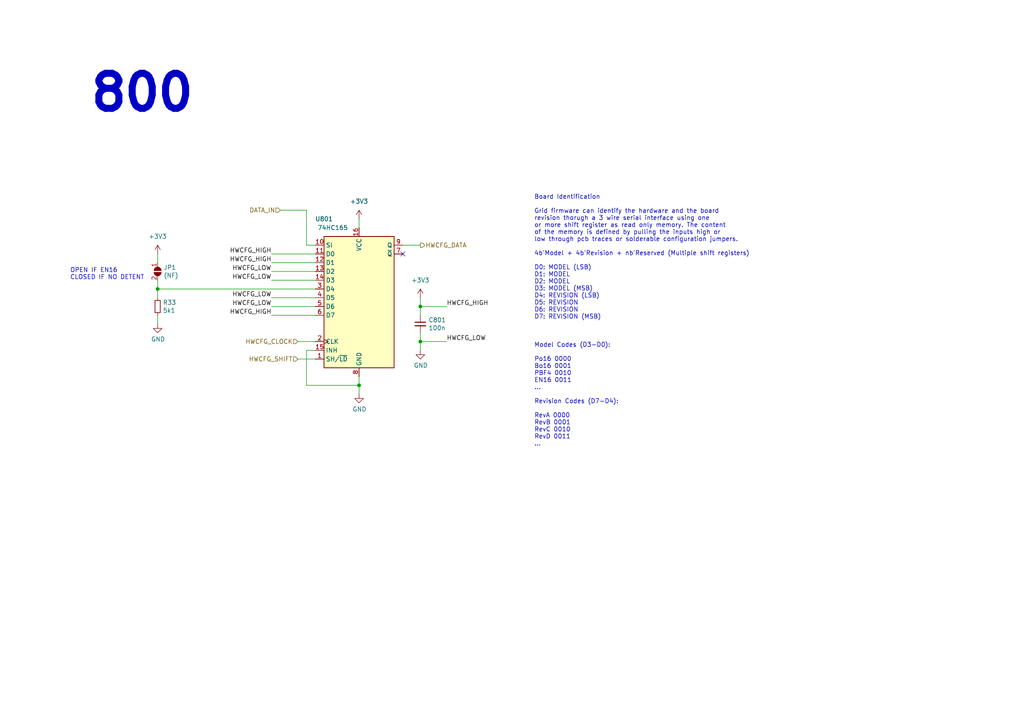
<source format=kicad_sch>
(kicad_sch (version 20231120) (generator "eeschema") (generator_version "8.0")
  (paper "A4")
  (lib_symbols
    (symbol "power:+3V3" (power) (pin_names (offset 0))
      (property "Value" "+3V3" (at 0 3.556 0))
      (symbol "+3V3_0_1"
        (polyline (pts (xy -0.762 1.27) (xy 0 2.54)))
        (polyline (pts (xy 0 0) (xy 0 2.54)))
        (polyline (pts (xy 0 2.54) (xy 0.762 1.27)))
      )
      (symbol "+3V3_1_1"
        (pin power_in line (at 0 0 90) (length 0) hide (name "+3V3") (number "1"))
      )
    )
    (symbol "power:GND" (power) (pin_names (offset 0))
      (property "Value" "GND" (at 0 -3.81 0))
      (symbol "GND_0_1"
        (polyline (pts (xy 0 0) (xy 0 -1.27) (xy 1.27 -1.27) (xy 0 -2.54) (xy -1.27 -1.27) (xy 0 -1.27)))
      )
      (symbol "GND_1_1"
        (pin power_in line (at 0 0 270) (length 0) hide (name "GND") (number "1"))
      )
    )
    (symbol "suku_basics:74HC165"
      (property "Reference" "U" (at -15.24 25.4 0))
      (property "Value" "74HC165" (at -12.7 20.32 0))
      (symbol "74HC165_1_0"
        (pin input line (at -12.7 12.7 0) (length 2.54) (name "D0") (number "11"))
        (pin input line (at -12.7 10.16 0) (length 2.54) (name "D1") (number "12"))
        (pin input line (at -12.7 7.62 0) (length 2.54) (name "D2") (number "13"))
        (pin input line (at -12.7 5.08 0) (length 2.54) (name "D3") (number "14"))
        (pin power_in line (at 0 20.32 270) (length 2.54) (name "VCC") (number "16"))
        (pin input clock (at -12.7 -12.7 0) (length 2.54) (name "CLK") (number "2"))
        (pin input line (at -12.7 2.54 0) (length 2.54) (name "D4") (number "3"))
        (pin input line (at -12.7 0 0) (length 2.54) (name "D5") (number "4"))
        (pin input line (at -12.7 -2.54 0) (length 2.54) (name "D6") (number "5"))
        (pin input line (at -12.7 -5.08 0) (length 2.54) (name "D7") (number "6"))
        (pin power_in line (at 0 -22.86 90) (length 2.54) (name "GND") (number "8"))
        (pin output line (at 12.7 15.24 180) (length 2.54) (name "Q") (number "9"))
      )
      (symbol "74HC165_1_1"
        (rectangle (start -10.16 17.78) (end 10.16 -20.32) (stroke (width 0.254)) (fill (type background)))
        (pin input line (at -12.7 -17.78 0) (length 2.54) (name "SH/~{LD}") (number "1"))
        (pin input line (at -12.7 15.24 0) (length 2.54) (name "SI") (number "10"))
        (pin input line (at -12.7 -15.24 0) (length 2.54) (name "INH") (number "15"))
        (pin output line (at 12.7 12.7 180) (length 2.54) (name "~{Q}") (number "7"))
      )
    )
    (symbol "suku_basics:CAP" (pin_numbers hide) (pin_names (offset 0.254) hide)
      (property "Reference" "C" (at 0.254 1.778 0))
      (property "Value" "CAP" (at 0.254 -2.032 0))
      (symbol "CAP_0_1"
        (polyline (pts (xy -1.524 -0.508) (xy 1.524 -0.508)) (stroke (width 0.3302)))
        (polyline (pts (xy -1.524 0.508) (xy 1.524 0.508)) (stroke (width 0.3048)))
      )
      (symbol "CAP_1_1"
        (pin passive line (at 0 2.54 270) (length 2.032) (name "~") (number "1"))
        (pin passive line (at 0 -2.54 90) (length 2.032) (name "~") (number "2"))
      )
    )
    (symbol "suku_basics:JP_SolderJumper_2_Open" (pin_names (offset 0) hide)
      (property "Reference" "JP" (at 0 2.032 0))
      (property "Value" "JP_SolderJumper_2_Open" (at 0 -2.54 0))
      (symbol "JP_SolderJumper_2_Open_0_1"
        (arc (start -0.254 1.016) (mid -1.2656 0) (end -0.254 -1.016))
        (arc (start -0.254 1.016) (mid -1.2656 0) (end -0.254 -1.016) (fill (type outline)))
        (polyline (pts (xy -0.254 1.016) (xy -0.254 -1.016)))
        (polyline (pts (xy 0.254 1.016) (xy 0.254 -1.016)))
        (arc (start 0.254 -1.016) (mid 1.2656 0) (end 0.254 1.016))
        (arc (start 0.254 -1.016) (mid 1.2656 0) (end 0.254 1.016) (fill (type outline)))
      )
      (symbol "JP_SolderJumper_2_Open_1_1"
        (pin passive line (at -2.54 0 0) (length 1.27) (name "A") (number "1"))
        (pin passive line (at 2.54 0 180) (length 1.27) (name "B") (number "2"))
      )
    )
    (symbol "suku_basics:RES" (pin_numbers hide) (pin_names (offset 0.254) hide)
      (property "Reference" "R" (at 0.762 0.508 0))
      (property "Value" "RES" (at 0.762 -1.016 0))
      (symbol "RES_1_1"
        (rectangle (start -0.762 1.778) (end 0.762 -1.778) (stroke (width 0.2032)))
        (pin passive line (at 0 2.54 270) (length 0.762) (name "~") (number "1"))
        (pin passive line (at 0 -2.54 90) (length 0.762) (name "~") (number "2"))
      )
    )
  )
  (junction (at 104.14 111.76))
  (junction (at 121.92 99.06))
  (junction (at 45.72 83.82))
  (junction (at 121.92 88.9))
  (no_connect (at 116.84 73.66))
  (wire (pts (xy 45.72 83.82) (xy 91.44 83.82)))
  (wire (pts (xy 104.14 111.76) (xy 104.14 109.22)))
  (wire (pts (xy 91.44 101.6) (xy 88.9 101.6)))
  (wire (pts (xy 91.44 99.06) (xy 86.36 99.06)))
  (wire (pts (xy 81.28 60.96) (xy 88.9 60.96)))
  (wire (pts (xy 45.72 83.82) (xy 45.72 86.36)))
  (wire (pts (xy 91.44 86.36) (xy 78.74 86.36)))
  (wire (pts (xy 91.44 88.9) (xy 78.74 88.9)))
  (wire (pts (xy 91.44 76.2) (xy 78.74 76.2)))
  (wire (pts (xy 104.14 63.5) (xy 104.14 66.04)))
  (wire (pts (xy 78.74 91.44) (xy 91.44 91.44)))
  (wire (pts (xy 104.14 114.3) (xy 104.14 111.76)))
  (wire (pts (xy 88.9 60.96) (xy 88.9 71.12)))
  (wire (pts (xy 121.92 99.06) (xy 121.92 101.6)))
  (wire (pts (xy 91.44 71.12) (xy 88.9 71.12)))
  (wire (pts (xy 78.74 73.66) (xy 91.44 73.66)))
  (wire (pts (xy 45.72 81.28) (xy 45.72 83.82)))
  (wire (pts (xy 121.92 96.52) (xy 121.92 99.06)))
  (wire (pts (xy 88.9 101.6) (xy 88.9 111.76)))
  (wire (pts (xy 121.92 88.9) (xy 121.92 91.44)))
  (wire (pts (xy 88.9 111.76) (xy 104.14 111.76)))
  (wire (pts (xy 91.44 81.28) (xy 78.74 81.28)))
  (wire (pts (xy 116.84 71.12) (xy 121.92 71.12)))
  (wire (pts (xy 121.92 88.9) (xy 129.54 88.9)))
  (wire (pts (xy 45.72 93.98) (xy 45.72 91.44)))
  (wire (pts (xy 121.92 86.36) (xy 121.92 88.9)))
  (wire (pts (xy 45.72 73.66) (xy 45.72 76.2)))
  (wire (pts (xy 121.92 99.06) (xy 129.54 99.06)))
  (wire (pts (xy 91.44 78.74) (xy 78.74 78.74)))
  (wire (pts (xy 91.44 104.14) (xy 86.36 104.14)))
  (text "800" (at 25.4 33.02 0) (effects (font (size 10.16 10.16) (thickness 2.032) (bold yes)) (justify left bottom)))
  (text "Board Identification\n\nGrid firmware can identify the hardware and the board \nrevision thorugh a 3 wire serial interface using one \nor more shift register as read only memory. The content\nof the memory is defined by pulling the inputs high or\nlow through pcb traces or solderable configuration jumpers.\n\n4b'Model + 4b'Revision + nb'Reserved (Multiple shift registers)\n\nD0: MODEL (LSB)\nD1: MODEL\nD2: MODEL\nD3: MODEL (MSB)\nD4: REVISION (LSB)\nD5: REVISION\nD6: REVISION\nD7: REVISION (MSB)\n\n\n\nModel Codes (D3-D0):\n\nPo16 0000\nBo16 0001\nPBF4 0010\nEN16 0011\n...\n\nRevision Codes (D7-D4):\n\nRevA 0000\nRevB 0001\nRevC 0010\nRevD 0011\n...\n" (at 154.94 129.54 0) (effects (font (size 1.27 1.27)) (justify left bottom)))
  (text "OPEN IF EN16\nCLOSED IF NO DETENT" (at 20.32 81.28 0) (effects (font (size 1.27 1.27)) (justify left bottom)))
  (label "HWCFG_LOW" (at 129.54 99.06 0))
  (label "HWCFG_LOW" (at 78.74 78.74 180))
  (label "HWCFG_LOW" (at 78.74 86.36 180))
  (label "HWCFG_LOW" (at 78.74 81.28 180))
  (label "HWCFG_HIGH" (at 129.54 88.9 0))
  (label "HWCFG_HIGH" (at 78.74 91.44 180))
  (label "HWCFG_HIGH" (at 78.74 73.66 180))
  (label "HWCFG_HIGH" (at 78.74 76.2 180))
  (label "HWCFG_LOW" (at 78.74 88.9 180))
  (hierarchical_label "HWCFG_CLOCK" (shape input) (at 86.36 99.06 180))
  (hierarchical_label "HWCFG_SHIFT" (shape input) (at 86.36 104.14 180))
  (hierarchical_label "HWCFG_DATA" (shape output) (at 121.92 71.12 0))
  (hierarchical_label "DATA_IN" (shape input) (at 81.28 60.96 180))
  (symbol (lib_id "suku_basics:74HC165") (at 104.14 86.36 0) (unit 1)
    (property "Reference" "U801" (at 93.98 63.5 0))
    (property "Value" "74HC165" (at 96.52 66.04 0))
    (property "Footprint" "suku_basics:SOIC-16_74HC165" (effects (hide yes)))
    (property "Datasheet" "http://www.ti.com/lit/ds/symlink/sn74hc595.pdf" (effects (hide yes)))
  )
  (symbol (lib_id "power:GND") (at 104.14 114.3 0) (unit 1)
    (property "Reference" "#PWR0882" (effects (hide yes)))
    (property "Value" "GND" (at 104.267 118.6942 0))
  )
  (symbol (lib_id "suku_basics:CAP") (at 121.92 93.98 0) (unit 1)
    (property "Reference" "C801" (at 124.2568 92.8116 0) (effects (justify left)))
    (property "Value" "100n" (at 124.2568 95.123 0) (effects (justify left)))
    (property "Footprint" "suku_basics:CAP_0402" (effects (hide yes)))
  )
  (symbol (lib_id "power:GND") (at 121.92 101.6 0) (unit 1)
    (property "Reference" "#PWR0943" (effects (hide yes)))
    (property "Value" "GND" (at 122.047 105.9942 0))
  )
  (symbol (lib_id "power:+3V3") (at 104.14 63.5 0) (unit 1)
    (property "Reference" "#PWR0881" (effects (hide yes)))
    (property "Value" "+3V3" (at 104.14 58.42 0))
  )
  (symbol (lib_id "power:GND") (at 45.72 93.98 0) (unit 1)
    (property "Reference" "#PWR0152" (effects (hide yes)))
    (property "Value" "GND" (at 45.847 98.3742 0))
    (instances (project "HWCFG" (path "" (reference "#PWR0152") (unit 1))) (project "PCBA-EN16" (path "" (reference "#PWR0880") (unit 1))))
  )
  (symbol (lib_id "power:+3V3") (at 45.72 73.66 0) (unit 1)
    (property "Reference" "#PWR0879" (effects (hide yes)))
    (property "Value" "+3V3" (at 45.72 68.58 0))
  )
  (symbol (lib_id "suku_basics:RES") (at 45.72 88.9 0) (unit 1)
    (property "Reference" "R33" (at 47.2186 87.7316 0) (effects (justify left)))
    (property "Value" "5k1" (at 47.2186 90.043 0) (effects (justify left)))
    (property "Footprint" "suku_basics:RES_0402" (effects (hide yes)))
    (instances (project "HWCFG" (path "" (reference "R33") (unit 1))) (project "PCBA-EN16" (path "" (reference "R801") (unit 1))))
  )
  (symbol (lib_id "power:+3V3") (at 121.92 86.36 0) (unit 1)
    (property "Reference" "#PWR0942" (effects (hide yes)))
    (property "Value" "+3V3" (at 121.92 81.28 0))
  )
  (symbol (lib_id "suku_basics:JP_SolderJumper_2_Open") (at 45.72 78.74 270) (unit 1)
    (property "Reference" "JP1" (at 47.4472 77.5716 90) (effects (justify left)))
    (property "Value" "(NF)" (at 47.4472 79.883 90) (effects (justify left)))
    (property "Footprint" "Jumper:SolderJumper-2_P1.3mm_Open_TrianglePad1.0x1.5mm" (effects (hide yes)))
    (instances (project "HWCFG" (path "" (reference "JP1") (unit 1))) (project "PCBA-EN16" (path "" (reference "JP801") (unit 1))))
  )
)
</source>
